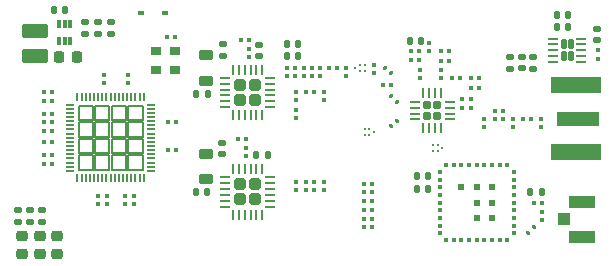
<source format=gbr>
%TF.GenerationSoftware,KiCad,Pcbnew,(5.99.0-6542-g16b0689841)*%
%TF.CreationDate,2021-01-03T15:15:32-08:00*%
%TF.ProjectId,SX1303,53583133-3033-42e6-9b69-6361645f7063,rev?*%
%TF.SameCoordinates,Original*%
%TF.FileFunction,Paste,Top*%
%TF.FilePolarity,Positive*%
%FSLAX46Y46*%
G04 Gerber Fmt 4.6, Leading zero omitted, Abs format (unit mm)*
G04 Created by KiCad (PCBNEW (5.99.0-6542-g16b0689841)) date 2021-01-03 15:15:32*
%MOMM*%
%LPD*%
G01*
G04 APERTURE LIST*
G04 Aperture macros list*
%AMRoundRect*
0 Rectangle with rounded corners*
0 $1 Rounding radius*
0 $2 $3 $4 $5 $6 $7 $8 $9 X,Y pos of 4 corners*
0 Add a 4 corners polygon primitive as box body*
4,1,4,$2,$3,$4,$5,$6,$7,$8,$9,$2,$3,0*
0 Add four circle primitives for the rounded corners*
1,1,$1+$1,$2,$3,0*
1,1,$1+$1,$4,$5,0*
1,1,$1+$1,$6,$7,0*
1,1,$1+$1,$8,$9,0*
0 Add four rect primitives between the rounded corners*
20,1,$1+$1,$2,$3,$4,$5,0*
20,1,$1+$1,$4,$5,$6,$7,0*
20,1,$1+$1,$6,$7,$8,$9,0*
20,1,$1+$1,$8,$9,$2,$3,0*%
G04 Aperture macros list end*
%ADD10C,0.152400*%
%ADD11RoundRect,0.140000X-0.140000X-0.170000X0.140000X-0.170000X0.140000X0.170000X-0.140000X0.170000X0*%
%ADD12R,0.736600X0.177800*%
%ADD13R,0.762000X0.177800*%
%ADD14R,0.177800X0.736600*%
%ADD15R,0.177800X0.762000*%
%ADD16RoundRect,0.218750X0.256250X-0.218750X0.256250X0.218750X-0.256250X0.218750X-0.256250X-0.218750X0*%
%ADD17RoundRect,0.140000X0.140000X0.170000X-0.140000X0.170000X-0.140000X-0.170000X0.140000X-0.170000X0*%
%ADD18RoundRect,0.079500X0.100500X-0.079500X0.100500X0.079500X-0.100500X0.079500X-0.100500X-0.079500X0*%
%ADD19RoundRect,0.218750X-0.381250X0.218750X-0.381250X-0.218750X0.381250X-0.218750X0.381250X0.218750X0*%
%ADD20R,0.400000X0.300000*%
%ADD21R,0.300000X0.400000*%
%ADD22R,0.500000X0.500000*%
%ADD23RoundRect,0.079500X0.079500X0.100500X-0.079500X0.100500X-0.079500X-0.100500X0.079500X-0.100500X0*%
%ADD24RoundRect,0.135000X0.185000X-0.135000X0.185000X0.135000X-0.185000X0.135000X-0.185000X-0.135000X0*%
%ADD25RoundRect,0.079500X-0.127279X-0.014849X-0.014849X-0.127279X0.127279X0.014849X0.014849X0.127279X0*%
%ADD26RoundRect,0.079500X-0.014849X0.127279X-0.127279X0.014849X0.014849X-0.127279X0.127279X-0.014849X0*%
%ADD27RoundRect,0.079500X-0.100500X0.079500X-0.100500X-0.079500X0.100500X-0.079500X0.100500X0.079500X0*%
%ADD28R,0.180000X0.250000*%
%ADD29RoundRect,0.135000X-0.185000X0.135000X-0.185000X-0.135000X0.185000X-0.135000X0.185000X0.135000X0*%
%ADD30RoundRect,0.079500X-0.079500X-0.100500X0.079500X-0.100500X0.079500X0.100500X-0.079500X0.100500X0*%
%ADD31RoundRect,0.140000X0.170000X-0.140000X0.170000X0.140000X-0.170000X0.140000X-0.170000X-0.140000X0*%
%ADD32R,3.600000X1.270000*%
%ADD33R,4.200000X1.350000*%
%ADD34R,0.340000X0.700000*%
%ADD35RoundRect,0.250000X-0.255000X0.255000X-0.255000X-0.255000X0.255000X-0.255000X0.255000X0.255000X0*%
%ADD36RoundRect,0.062500X-0.062500X0.375000X-0.062500X-0.375000X0.062500X-0.375000X0.062500X0.375000X0*%
%ADD37RoundRect,0.062500X-0.375000X0.062500X-0.375000X-0.062500X0.375000X-0.062500X0.375000X0.062500X0*%
%ADD38RoundRect,0.250000X-0.850000X0.375000X-0.850000X-0.375000X0.850000X-0.375000X0.850000X0.375000X0*%
%ADD39RoundRect,0.120000X-0.120000X-0.285000X0.120000X-0.285000X0.120000X0.285000X-0.120000X0.285000X0*%
%ADD40RoundRect,0.062500X-0.350000X-0.062500X0.350000X-0.062500X0.350000X0.062500X-0.350000X0.062500X0*%
%ADD41R,0.600000X0.450000*%
%ADD42RoundRect,0.079500X0.127279X0.014849X0.014849X0.127279X-0.127279X-0.014849X-0.014849X-0.127279X0*%
%ADD43R,1.050000X1.000000*%
%ADD44R,2.200000X1.050000*%
%ADD45R,0.850000X0.650000*%
%ADD46RoundRect,0.225000X-0.225000X-0.250000X0.225000X-0.250000X0.225000X0.250000X-0.225000X0.250000X0*%
%ADD47RoundRect,0.140000X-0.170000X0.140000X-0.170000X-0.140000X0.170000X-0.140000X0.170000X0.140000X0*%
%ADD48RoundRect,0.177500X-0.177500X-0.177500X0.177500X-0.177500X0.177500X0.177500X-0.177500X0.177500X0*%
%ADD49RoundRect,0.062500X-0.325000X-0.062500X0.325000X-0.062500X0.325000X0.062500X-0.325000X0.062500X0*%
%ADD50RoundRect,0.062500X-0.062500X-0.325000X0.062500X-0.325000X0.062500X0.325000X-0.062500X0.325000X0*%
%ADD51RoundRect,0.135000X-0.135000X-0.185000X0.135000X-0.185000X0.135000X0.185000X-0.135000X0.185000X0*%
G04 APERTURE END LIST*
D10*
%TO.C,U1*%
X109093300Y-68903350D02*
X110296650Y-68903350D01*
X113103350Y-70306700D02*
X113103350Y-69103350D01*
X111900000Y-69103350D02*
X111900000Y-70306700D01*
X113103350Y-66096650D02*
X113103350Y-64893300D01*
X114506700Y-70306700D02*
X114506700Y-69103350D01*
X110296650Y-66096650D02*
X110296650Y-64893300D01*
X110496650Y-66296650D02*
X110496650Y-67500000D01*
X109093300Y-69103350D02*
X109093300Y-70306700D01*
X113303350Y-64893300D02*
X113303350Y-66096650D01*
X111700000Y-68903350D02*
X111700000Y-67700000D01*
X111700000Y-67500000D02*
X111700000Y-66296650D01*
X110496650Y-68903350D02*
X111700000Y-68903350D01*
X111900000Y-66096650D02*
X113103350Y-66096650D01*
X109093300Y-70306700D02*
X110296650Y-70306700D01*
X114506700Y-69103350D02*
X113303350Y-69103350D01*
X113103350Y-67700000D02*
X111900000Y-67700000D01*
X111700000Y-67700000D02*
X110496650Y-67700000D01*
X111700000Y-69103350D02*
X110496650Y-69103350D01*
X110496650Y-64893300D02*
X110496650Y-66096650D01*
X113303350Y-66096650D02*
X114506700Y-66096650D01*
X111900000Y-68903350D02*
X113103350Y-68903350D01*
X113303350Y-69103350D02*
X113303350Y-70306700D01*
X110296650Y-66296650D02*
X109093300Y-66296650D01*
X109093300Y-64893300D02*
X109093300Y-66096650D01*
X111700000Y-70306700D02*
X111700000Y-69103350D01*
X111900000Y-66296650D02*
X111900000Y-67500000D01*
X114506700Y-68903350D02*
X114506700Y-67700000D01*
X111700000Y-64893300D02*
X110496650Y-64893300D01*
X109093300Y-66296650D02*
X109093300Y-67500000D01*
X113303350Y-68903350D02*
X114506700Y-68903350D01*
X110296650Y-70306700D02*
X110296650Y-69103350D01*
X113103350Y-68903350D02*
X113103350Y-67700000D01*
X110496650Y-67500000D02*
X111700000Y-67500000D01*
X110496650Y-69103350D02*
X110496650Y-70306700D01*
X113303350Y-67700000D02*
X113303350Y-68903350D01*
X113103350Y-66296650D02*
X111900000Y-66296650D01*
X110496650Y-67700000D02*
X110496650Y-68903350D01*
X111900000Y-64893300D02*
X111900000Y-66096650D01*
X114506700Y-67700000D02*
X113303350Y-67700000D01*
X110496650Y-70306700D02*
X111700000Y-70306700D01*
X110296650Y-64893300D02*
X109093300Y-64893300D01*
X109093300Y-67700000D02*
X109093300Y-68903350D01*
X113103350Y-67500000D02*
X113103350Y-66296650D01*
X114506700Y-66296650D02*
X113303350Y-66296650D01*
X110296650Y-68903350D02*
X110296650Y-67700000D01*
X111900000Y-67500000D02*
X113103350Y-67500000D01*
X111700000Y-66096650D02*
X111700000Y-64893300D01*
X113103350Y-69103350D02*
X111900000Y-69103350D01*
X113303350Y-67500000D02*
X114506700Y-67500000D01*
X113303350Y-70306700D02*
X114506700Y-70306700D01*
X110496650Y-66096650D02*
X111700000Y-66096650D01*
X110296650Y-69103350D02*
X109093300Y-69103350D01*
X111900000Y-67700000D02*
X111900000Y-68903350D01*
X114506700Y-67500000D02*
X114506700Y-66296650D01*
X111900000Y-70306700D02*
X113103350Y-70306700D01*
X109093300Y-67500000D02*
X110296650Y-67500000D01*
X110296650Y-67700000D02*
X109093300Y-67700000D01*
X114506700Y-66096650D02*
X114506700Y-64893300D01*
X109093300Y-66096650D02*
X110296650Y-66096650D01*
X114506700Y-64893300D02*
X113303350Y-64893300D01*
X111700000Y-66296650D02*
X110496650Y-66296650D01*
X113303350Y-66296650D02*
X113303350Y-67500000D01*
X110296650Y-67500000D02*
X110296650Y-66296650D01*
X113103350Y-64893300D02*
X111900000Y-64893300D01*
%TD*%
D11*
%TO.C,C42*%
X138080000Y-59440000D03*
X137120000Y-59440000D03*
%TD*%
D12*
%TO.C,U1*%
X108358300Y-64800001D03*
D13*
X108371000Y-65150000D03*
X108371000Y-65499999D03*
X108371000Y-65849998D03*
X108371000Y-66200000D03*
X108371000Y-66550000D03*
X108371000Y-66899999D03*
X108371000Y-67250001D03*
X108371000Y-67600000D03*
X108371000Y-67949999D03*
X108371000Y-68300001D03*
X108371000Y-68650000D03*
X108371000Y-69000000D03*
X108371000Y-69349999D03*
X108371000Y-69700001D03*
X108371000Y-70050000D03*
D12*
X108358300Y-70399999D03*
D14*
X109000001Y-71041700D03*
D15*
X109350000Y-71029000D03*
X109699999Y-71029000D03*
X110049998Y-71029000D03*
X110400000Y-71029000D03*
X110750000Y-71029000D03*
X111099999Y-71029000D03*
X111450001Y-71029000D03*
X111800000Y-71029000D03*
X112149999Y-71029000D03*
X112500001Y-71029000D03*
X112850000Y-71029000D03*
X113200000Y-71029000D03*
X113549999Y-71029000D03*
X113900001Y-71029000D03*
X114250000Y-71029000D03*
D14*
X114599999Y-71041700D03*
D12*
X115241700Y-70399999D03*
D13*
X115229000Y-70050000D03*
X115229000Y-69700001D03*
X115229000Y-69350002D03*
X115229000Y-69000000D03*
X115229000Y-68650000D03*
X115229000Y-68300001D03*
X115229000Y-67949999D03*
X115229000Y-67600000D03*
X115229000Y-67250001D03*
X115229000Y-66899999D03*
X115229000Y-66550000D03*
X115229000Y-66200000D03*
X115229000Y-65850001D03*
X115229000Y-65499999D03*
X115229000Y-65150000D03*
D12*
X115241700Y-64800001D03*
D14*
X114599999Y-64158300D03*
D15*
X114250000Y-64171000D03*
X113900001Y-64171000D03*
X113550002Y-64171000D03*
X113200000Y-64171000D03*
X112850000Y-64171000D03*
X112500001Y-64171000D03*
X112149999Y-64171000D03*
X111800000Y-64171000D03*
X111450001Y-64171000D03*
X111099999Y-64171000D03*
X110750000Y-64171000D03*
X110400000Y-64171000D03*
X110050001Y-64171000D03*
X109699999Y-64171000D03*
X109350000Y-64171000D03*
D14*
X109000001Y-64158300D03*
%TD*%
D11*
%TO.C,C35*%
X149570000Y-58200000D03*
X150530000Y-58200000D03*
%TD*%
D16*
%TO.C,D1*%
X104300000Y-77487500D03*
X104300000Y-75912500D03*
%TD*%
D17*
%TO.C,C2*%
X120030000Y-63900000D03*
X119070000Y-63900000D03*
%TD*%
D18*
%TO.C,L5*%
X127500000Y-64445000D03*
X127500000Y-63755000D03*
%TD*%
D19*
%TO.C,L1*%
X119900000Y-60637500D03*
X119900000Y-62762500D03*
%TD*%
D20*
%TO.C,U8*%
X145950000Y-75700000D03*
X145950000Y-75050000D03*
X145950000Y-74400000D03*
X145950000Y-73750000D03*
X145950000Y-73100000D03*
X145950000Y-72450000D03*
X145950000Y-71800000D03*
X145950000Y-71150000D03*
X145950000Y-70500000D03*
D21*
X145400000Y-69950000D03*
X144750000Y-69950000D03*
X144100000Y-69950000D03*
X143450000Y-69950000D03*
X142800000Y-69950000D03*
X142150000Y-69950000D03*
X141500000Y-69950000D03*
X140850000Y-69950000D03*
X140200000Y-69950000D03*
D20*
X139650000Y-70500000D03*
X139650000Y-71150000D03*
X139650000Y-71800000D03*
X139650000Y-72450000D03*
X139650000Y-73100000D03*
X139650000Y-73750000D03*
X139650000Y-74400000D03*
X139650000Y-75050000D03*
X139650000Y-75700000D03*
D21*
X140200000Y-76250000D03*
X140850000Y-76250000D03*
X141500000Y-76250000D03*
X142150000Y-76250000D03*
X142800000Y-76250000D03*
X143450000Y-76250000D03*
X144100000Y-76250000D03*
X144750000Y-76250000D03*
X145400000Y-76250000D03*
D22*
X144100000Y-74400000D03*
X142800000Y-74400000D03*
X144100000Y-73100000D03*
X142800000Y-73100000D03*
X144100000Y-71800000D03*
X142800000Y-71800000D03*
X141500000Y-71800000D03*
%TD*%
D23*
%TO.C,C16*%
X128355000Y-71350000D03*
X129045000Y-71350000D03*
%TD*%
D24*
%TO.C,R4*%
X147600000Y-61760000D03*
X147600000Y-60740000D03*
%TD*%
D25*
%TO.C,L15*%
X135056048Y-61656048D03*
X135543952Y-62143952D03*
%TD*%
D26*
%TO.C,C50*%
X136043952Y-66156048D03*
X135556048Y-66643952D03*
%TD*%
D27*
%TO.C,C53*%
X113800000Y-72555000D03*
X113800000Y-73245000D03*
%TD*%
D23*
%TO.C,R10*%
X106135000Y-64450000D03*
X106825000Y-64450000D03*
%TD*%
D27*
%TO.C,C28*%
X111500000Y-73245000D03*
X111500000Y-72555000D03*
%TD*%
D28*
%TO.C,FL2*%
X134085000Y-67100000D03*
X133700000Y-66850000D03*
X133315000Y-66850000D03*
X133315000Y-67350000D03*
X133700000Y-67350000D03*
%TD*%
D11*
%TO.C,C3*%
X124140000Y-69085000D03*
X125100000Y-69085000D03*
%TD*%
D24*
%TO.C,R12*%
X105000000Y-74710000D03*
X105000000Y-73690000D03*
%TD*%
D29*
%TO.C,R5*%
X111800000Y-57790000D03*
X111800000Y-58810000D03*
%TD*%
D11*
%TO.C,C30*%
X107020000Y-56800000D03*
X107980000Y-56800000D03*
%TD*%
D23*
%TO.C,C12*%
X129545000Y-62400000D03*
X128855000Y-62400000D03*
%TD*%
%TO.C,C39*%
X144345000Y-65350000D03*
X145035000Y-65350000D03*
%TD*%
D17*
%TO.C,C65*%
X138680000Y-70800000D03*
X137720000Y-70800000D03*
%TD*%
D30*
%TO.C,C40*%
X137255000Y-60240000D03*
X137945000Y-60240000D03*
%TD*%
D31*
%TO.C,C5*%
X121300000Y-60660000D03*
X121300000Y-59700000D03*
%TD*%
D23*
%TO.C,C46*%
X139805000Y-61100000D03*
X140495000Y-61100000D03*
%TD*%
D32*
%TO.C,J1*%
X151400000Y-66000000D03*
D33*
X151200000Y-68825000D03*
X151200000Y-63175000D03*
%TD*%
D30*
%TO.C,L4*%
X128145000Y-61700000D03*
X127455000Y-61700000D03*
%TD*%
D23*
%TO.C,C55*%
X106135000Y-69100000D03*
X106825000Y-69100000D03*
%TD*%
D34*
%TO.C,U6*%
X108400000Y-57950000D03*
X107900000Y-57950000D03*
X107400000Y-57950000D03*
X107400000Y-59450000D03*
X107900000Y-59450000D03*
X108400000Y-59450000D03*
%TD*%
D30*
%TO.C,R8*%
X106135000Y-63750000D03*
X106825000Y-63750000D03*
%TD*%
D35*
%TO.C,U3*%
X124025000Y-71560000D03*
X124025000Y-72810000D03*
X122775000Y-72810000D03*
X122775000Y-71560000D03*
D36*
X124650000Y-70247500D03*
X124150000Y-70247500D03*
X123650000Y-70247500D03*
X123150000Y-70247500D03*
X122650000Y-70247500D03*
X122150000Y-70247500D03*
D37*
X121462500Y-70935000D03*
X121462500Y-71435000D03*
X121462500Y-71935000D03*
X121462500Y-72435000D03*
X121462500Y-72935000D03*
X121462500Y-73435000D03*
D36*
X122150000Y-74122500D03*
X122650000Y-74122500D03*
X123150000Y-74122500D03*
X123650000Y-74122500D03*
X124150000Y-74122500D03*
X124650000Y-74122500D03*
D37*
X125337500Y-73435000D03*
X125337500Y-72935000D03*
X125337500Y-72435000D03*
X125337500Y-71935000D03*
X125337500Y-71435000D03*
X125337500Y-70935000D03*
%TD*%
D38*
%TO.C,L17*%
X105400000Y-58525000D03*
X105400000Y-60675000D03*
%TD*%
D31*
%TO.C,C6*%
X121250000Y-68980000D03*
X121250000Y-68020000D03*
%TD*%
D23*
%TO.C,C47*%
X142995000Y-62550000D03*
X142305000Y-62550000D03*
%TD*%
%TO.C,C44*%
X142995000Y-63400000D03*
X142305000Y-63400000D03*
%TD*%
D18*
%TO.C,C37*%
X143450000Y-66695000D03*
X143450000Y-66005000D03*
%TD*%
%TO.C,L12*%
X139800000Y-62585000D03*
X139800000Y-61895000D03*
%TD*%
D28*
%TO.C,FL1*%
X132535000Y-61700000D03*
X132920000Y-61950000D03*
X133305000Y-61950000D03*
X133305000Y-61450000D03*
X132920000Y-61450000D03*
%TD*%
D27*
%TO.C,C56*%
X110750000Y-73245000D03*
X110750000Y-72555000D03*
%TD*%
D11*
%TO.C,C7*%
X126740000Y-59700000D03*
X127700000Y-59700000D03*
%TD*%
D27*
%TO.C,C19*%
X129900000Y-71355000D03*
X129900000Y-72045000D03*
%TD*%
D18*
%TO.C,C21*%
X111250000Y-62945000D03*
X111250000Y-62255000D03*
%TD*%
D30*
%TO.C,C61*%
X147655000Y-73100000D03*
X148345000Y-73100000D03*
%TD*%
%TO.C,C38*%
X137945000Y-61040000D03*
X137255000Y-61040000D03*
%TD*%
D18*
%TO.C,L11*%
X138800000Y-60285000D03*
X138800000Y-59595000D03*
%TD*%
D30*
%TO.C,C51*%
X134855000Y-63100000D03*
X135545000Y-63100000D03*
%TD*%
D18*
%TO.C,C41*%
X145850000Y-66005000D03*
X145850000Y-66695000D03*
%TD*%
D24*
%TO.C,R6*%
X109600000Y-58810000D03*
X109600000Y-57790000D03*
%TD*%
%TO.C,R3*%
X145600000Y-61760000D03*
X145600000Y-60740000D03*
%TD*%
D31*
%TO.C,C29*%
X153000000Y-59330000D03*
X153000000Y-58370000D03*
%TD*%
D23*
%TO.C,C57*%
X133255000Y-72200000D03*
X133945000Y-72200000D03*
%TD*%
D39*
%TO.C,U4*%
X150750000Y-59700000D03*
X150150000Y-60700000D03*
X150150000Y-59700000D03*
X150750000Y-60700000D03*
D40*
X149237500Y-59200000D03*
X149237500Y-59700000D03*
X149237500Y-60200000D03*
X149237500Y-60700000D03*
X149237500Y-61200000D03*
X151662500Y-61200000D03*
X151662500Y-60700000D03*
X151662500Y-60200000D03*
X151662500Y-59700000D03*
X151662500Y-59200000D03*
%TD*%
D41*
%TO.C,D4*%
X114350000Y-57000000D03*
X116450000Y-57000000D03*
%TD*%
D27*
%TO.C,C18*%
X129900000Y-64445000D03*
X129900000Y-63755000D03*
%TD*%
D30*
%TO.C,C11*%
X128145000Y-62400000D03*
X127455000Y-62400000D03*
%TD*%
D27*
%TO.C,C48*%
X141550000Y-64355000D03*
X141550000Y-65045000D03*
%TD*%
D42*
%TO.C,C52*%
X136043952Y-64543952D03*
X135556048Y-64056048D03*
%TD*%
D27*
%TO.C,C63*%
X153100000Y-60895000D03*
X153100000Y-60205000D03*
%TD*%
D23*
%TO.C,C25*%
X106135000Y-66300000D03*
X106825000Y-66300000D03*
%TD*%
D18*
%TO.C,C49*%
X134100000Y-62145000D03*
X134100000Y-61455000D03*
%TD*%
D23*
%TO.C,R1*%
X122855000Y-59300000D03*
X123545000Y-59300000D03*
%TD*%
D24*
%TO.C,R13*%
X106000000Y-74710000D03*
X106000000Y-73690000D03*
%TD*%
D18*
%TO.C,C13*%
X127500000Y-65945000D03*
X127500000Y-65255000D03*
%TD*%
D43*
%TO.C,J2*%
X150200000Y-74500000D03*
D44*
X151725000Y-73025000D03*
X151725000Y-75975000D03*
%TD*%
D30*
%TO.C,R14*%
X133255000Y-71500000D03*
X133945000Y-71500000D03*
%TD*%
%TO.C,L7*%
X130945000Y-61700000D03*
X130255000Y-61700000D03*
%TD*%
D28*
%TO.C,FL3*%
X139900000Y-68500000D03*
X139515000Y-68250000D03*
X139130000Y-68250000D03*
X139130000Y-68750000D03*
X139515000Y-68750000D03*
%TD*%
D30*
%TO.C,R15*%
X133255000Y-74500000D03*
X133945000Y-74500000D03*
%TD*%
D23*
%TO.C,C43*%
X139805000Y-60300000D03*
X140495000Y-60300000D03*
%TD*%
D16*
%TO.C,D3*%
X107300000Y-77487500D03*
X107300000Y-75912500D03*
%TD*%
D18*
%TO.C,C45*%
X148250000Y-66695000D03*
X148250000Y-66005000D03*
%TD*%
D16*
%TO.C,D2*%
X105800000Y-77487500D03*
X105800000Y-75912500D03*
%TD*%
D23*
%TO.C,C62*%
X116585000Y-59050000D03*
X117275000Y-59050000D03*
%TD*%
D18*
%TO.C,L6*%
X127500000Y-72030000D03*
X127500000Y-71340000D03*
%TD*%
D35*
%TO.C,U2*%
X124025000Y-63150000D03*
X122775000Y-63150000D03*
X122775000Y-64400000D03*
X124025000Y-64400000D03*
D36*
X124650000Y-61837500D03*
X124150000Y-61837500D03*
X123650000Y-61837500D03*
X123150000Y-61837500D03*
X122650000Y-61837500D03*
X122150000Y-61837500D03*
D37*
X121462500Y-62525000D03*
X121462500Y-63025000D03*
X121462500Y-63525000D03*
X121462500Y-64025000D03*
X121462500Y-64525000D03*
X121462500Y-65025000D03*
D36*
X122150000Y-65712500D03*
X122650000Y-65712500D03*
X123150000Y-65712500D03*
X123650000Y-65712500D03*
X124150000Y-65712500D03*
X124650000Y-65712500D03*
D37*
X125337500Y-65025000D03*
X125337500Y-64525000D03*
X125337500Y-64025000D03*
X125337500Y-63525000D03*
X125337500Y-63025000D03*
X125337500Y-62525000D03*
%TD*%
D18*
%TO.C,C26*%
X113300000Y-62255000D03*
X113300000Y-62945000D03*
%TD*%
%TO.C,C20*%
X131700000Y-62395000D03*
X131700000Y-61705000D03*
%TD*%
D30*
%TO.C,C22*%
X117334273Y-66300000D03*
X116644273Y-66300000D03*
%TD*%
D31*
%TO.C,C32*%
X110700000Y-58780000D03*
X110700000Y-57820000D03*
%TD*%
%TO.C,C1*%
X124400000Y-60700000D03*
X124400000Y-59740000D03*
%TD*%
D17*
%TO.C,C4*%
X120000000Y-72200000D03*
X119040000Y-72200000D03*
%TD*%
D18*
%TO.C,C8*%
X123500000Y-60055000D03*
X123500000Y-60745000D03*
%TD*%
D45*
%TO.C,U5*%
X115675000Y-60225000D03*
X115675000Y-61875000D03*
X117225000Y-61875000D03*
X117225000Y-60225000D03*
%TD*%
D30*
%TO.C,R16*%
X133255000Y-73000000D03*
X133945000Y-73000000D03*
%TD*%
D24*
%TO.C,R11*%
X104000000Y-74710000D03*
X104000000Y-73690000D03*
%TD*%
D19*
%TO.C,L2*%
X119900000Y-68937500D03*
X119900000Y-71062500D03*
%TD*%
D23*
%TO.C,C14*%
X128355000Y-72000000D03*
X129045000Y-72000000D03*
%TD*%
D27*
%TO.C,L3*%
X126700000Y-61705000D03*
X126700000Y-62395000D03*
%TD*%
D30*
%TO.C,R9*%
X106825000Y-68000000D03*
X106135000Y-68000000D03*
%TD*%
D46*
%TO.C,C34*%
X107425000Y-60800000D03*
X108975000Y-60800000D03*
%TD*%
D23*
%TO.C,C17*%
X129545000Y-61700000D03*
X128855000Y-61700000D03*
%TD*%
D18*
%TO.C,L8*%
X138000000Y-61895000D03*
X138000000Y-62585000D03*
%TD*%
D11*
%TO.C,C33*%
X149570000Y-57250000D03*
X150530000Y-57250000D03*
%TD*%
D23*
%TO.C,C23*%
X106135000Y-69800000D03*
X106825000Y-69800000D03*
%TD*%
%TO.C,R2*%
X122555000Y-67700000D03*
X123245000Y-67700000D03*
%TD*%
%TO.C,C54*%
X106135000Y-65600000D03*
X106825000Y-65600000D03*
%TD*%
D47*
%TO.C,C31*%
X146600000Y-60770000D03*
X146600000Y-61730000D03*
%TD*%
D27*
%TO.C,C24*%
X112999998Y-72555000D03*
X112999998Y-73245000D03*
%TD*%
D18*
%TO.C,C9*%
X123300000Y-68455000D03*
X123300000Y-69145000D03*
%TD*%
D23*
%TO.C,R7*%
X106825000Y-67000000D03*
X106135000Y-67000000D03*
%TD*%
D48*
%TO.C,U7*%
X138600000Y-65740000D03*
X139480000Y-64860000D03*
X139480000Y-65740000D03*
X138600000Y-64860000D03*
D49*
X137577500Y-64550000D03*
X137577500Y-65050000D03*
X137577500Y-65550000D03*
X137577500Y-66050000D03*
D50*
X138290000Y-66762500D03*
X138790000Y-66762500D03*
X139290000Y-66762500D03*
X139790000Y-66762500D03*
D49*
X140502500Y-66050000D03*
X140502500Y-65550000D03*
X140502500Y-65050000D03*
X140502500Y-64550000D03*
D50*
X139790000Y-63837500D03*
X139290000Y-63837500D03*
X138790000Y-63837500D03*
X138290000Y-63837500D03*
%TD*%
D30*
%TO.C,L10*%
X141395000Y-62550000D03*
X140705000Y-62550000D03*
%TD*%
D27*
%TO.C,L14*%
X142300000Y-65045000D03*
X142300000Y-64355000D03*
%TD*%
D26*
%TO.C,C60*%
X147156048Y-75643952D03*
X147643952Y-75156048D03*
%TD*%
D30*
%TO.C,L13*%
X146705000Y-66050000D03*
X147395000Y-66050000D03*
%TD*%
D23*
%TO.C,C58*%
X133255000Y-75200000D03*
X133945000Y-75200000D03*
%TD*%
D30*
%TO.C,L9*%
X144345000Y-66050000D03*
X145035000Y-66050000D03*
%TD*%
D23*
%TO.C,C15*%
X128355000Y-63750000D03*
X129045000Y-63750000D03*
%TD*%
D27*
%TO.C,L16*%
X148300000Y-73855000D03*
X148300000Y-74545000D03*
%TD*%
D23*
%TO.C,C59*%
X133945000Y-73700000D03*
X133255000Y-73700000D03*
%TD*%
D51*
%TO.C,R17*%
X147290000Y-72200000D03*
X148310000Y-72200000D03*
%TD*%
D30*
%TO.C,C27*%
X116655000Y-68650000D03*
X117345000Y-68650000D03*
%TD*%
D17*
%TO.C,C64*%
X138680000Y-71900000D03*
X137720000Y-71900000D03*
%TD*%
D11*
%TO.C,C10*%
X126740000Y-60700000D03*
X127700000Y-60700000D03*
%TD*%
M02*

</source>
